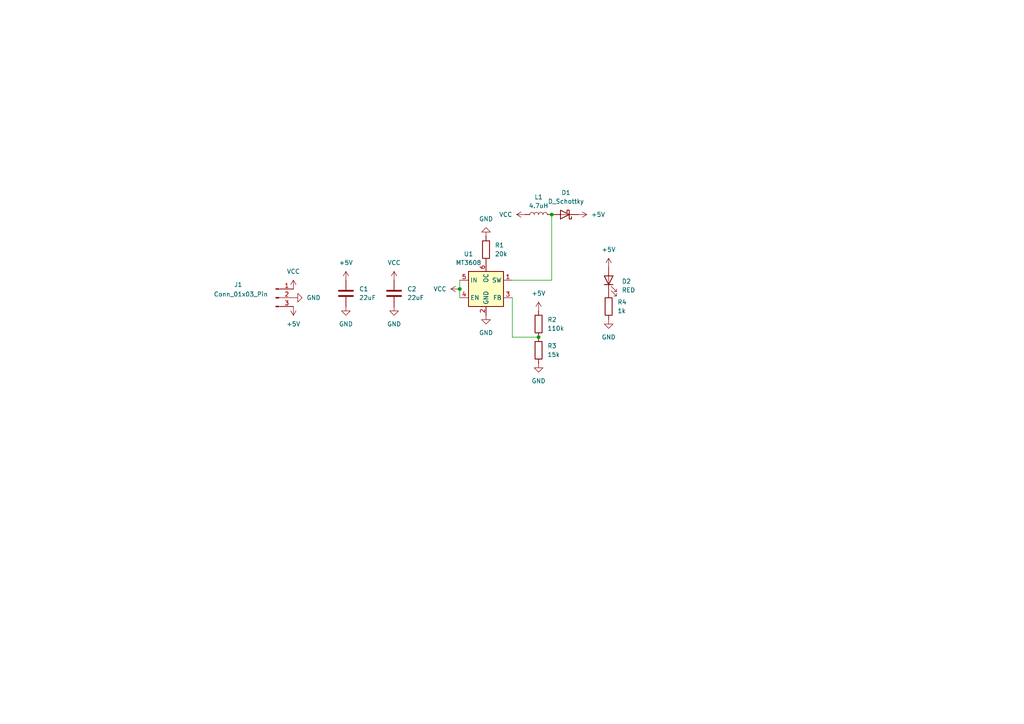
<source format=kicad_sch>
(kicad_sch (version 20250114) (generator "eeschema") (generator_version "9.0")
  (paper "A4")
  (lib_symbols
    (symbol "Connector:Conn_01x03_Pin" (pin_names (offset 1.016) (hide yes))
      (property "Reference" "J" (at 0 5.08 0))
      (property "Value" "Conn_01x03_Pin" (at 0 -5.08 0))
      (symbol "Conn_01x03_Pin_1_1"
        (rectangle (start 0.8636 2.667) (end 0 2.413) (stroke (width 0.1524)) (fill (type outline)))
        (rectangle (start 0.8636 0.127) (end 0 -0.127) (stroke (width 0.1524)) (fill (type outline)))
        (rectangle (start 0.8636 -2.413) (end 0 -2.667) (stroke (width 0.1524)) (fill (type outline)))
        (polyline (pts (xy 1.27 2.54) (xy 0.8636 2.54)) (stroke (width 0.1524)))
        (polyline (pts (xy 1.27 0) (xy 0.8636 0)) (stroke (width 0.1524)))
        (polyline (pts (xy 1.27 -2.54) (xy 0.8636 -2.54)) (stroke (width 0.1524)))
        (pin passive line (at 5.08 2.54 180) (length 3.81) (name "Pin_1") (number "1"))
        (pin passive line (at 5.08 0 180) (length 3.81) (name "Pin_2") (number "2"))
        (pin passive line (at 5.08 -2.54 180) (length 3.81) (name "Pin_3") (number "3"))
      )
    )
    (symbol "Device:C" (pin_numbers (hide yes)) (pin_names (offset 0.254))
      (property "Reference" "C" (at 0.635 2.54 0))
      (property "Value" "C" (at 0.635 -2.54 0))
      (symbol "C_0_1"
        (polyline (pts (xy -2.032 0.762) (xy 2.032 0.762)) (stroke (width 0.508)))
        (polyline (pts (xy -2.032 -0.762) (xy 2.032 -0.762)) (stroke (width 0.508)))
      )
      (symbol "C_1_1"
        (pin passive line (at 0 3.81 270) (length 2.794) (name "~") (number "1"))
        (pin passive line (at 0 -3.81 90) (length 2.794) (name "~") (number "2"))
      )
    )
    (symbol "Device:D_Schottky" (pin_numbers (hide yes)) (pin_names (offset 1.016) (hide yes))
      (property "Reference" "D" (at 0 2.54 0))
      (property "Value" "D_Schottky" (at 0 -2.54 0))
      (symbol "D_Schottky_0_1"
        (polyline (pts (xy -1.905 0.635) (xy -1.905 1.27) (xy -1.27 1.27) (xy -1.27 -1.27) (xy -0.635 -1.27) (xy -0.635 -0.635)) (stroke (width 0.254)))
        (polyline (pts (xy 1.27 1.27) (xy 1.27 -1.27) (xy -1.27 0) (xy 1.27 1.27)) (stroke (width 0.254)))
        (polyline (pts (xy 1.27 0) (xy -1.27 0)))
      )
      (symbol "D_Schottky_1_1"
        (pin passive line (at -3.81 0 0) (length 2.54) (name "K") (number "1"))
        (pin passive line (at 3.81 0 180) (length 2.54) (name "A") (number "2"))
      )
    )
    (symbol "Device:L" (pin_numbers (hide yes)) (pin_names (offset 1.016) (hide yes))
      (property "Reference" "L" (at -1.27 0 90))
      (property "Value" "L" (at 1.905 0 90))
      (symbol "L_0_1"
        (arc (start 0 2.54) (mid 0.6323 1.905) (end 0 1.27))
        (arc (start 0 1.27) (mid 0.6323 0.635) (end 0 0))
        (arc (start 0 0) (mid 0.6323 -0.635) (end 0 -1.27))
        (arc (start 0 -1.27) (mid 0.6323 -1.905) (end 0 -2.54))
      )
      (symbol "L_1_1"
        (pin passive line (at 0 3.81 270) (length 1.27) (name "1") (number "1"))
        (pin passive line (at 0 -3.81 90) (length 1.27) (name "2") (number "2"))
      )
    )
    (symbol "Device:LED" (pin_numbers (hide yes)) (pin_names (offset 1.016) (hide yes))
      (property "Reference" "D" (at 0 2.54 0))
      (property "Value" "LED" (at 0 -2.54 0))
      (symbol "LED_0_1"
        (polyline (pts (xy -3.048 -0.762) (xy -4.572 -2.286) (xy -3.81 -2.286) (xy -4.572 -2.286) (xy -4.572 -1.524)))
        (polyline (pts (xy -1.778 -0.762) (xy -3.302 -2.286) (xy -2.54 -2.286) (xy -3.302 -2.286) (xy -3.302 -1.524)))
        (polyline (pts (xy -1.27 0) (xy 1.27 0)))
        (polyline (pts (xy -1.27 -1.27) (xy -1.27 1.27)) (stroke (width 0.254)))
        (polyline (pts (xy 1.27 -1.27) (xy 1.27 1.27) (xy -1.27 0) (xy 1.27 -1.27)) (stroke (width 0.254)))
      )
      (symbol "LED_1_1"
        (pin passive line (at -3.81 0 0) (length 2.54) (name "K") (number "1"))
        (pin passive line (at 3.81 0 180) (length 2.54) (name "A") (number "2"))
      )
    )
    (symbol "Device:R" (pin_numbers (hide yes)) (pin_names (offset 0))
      (property "Reference" "R" (at 2.032 0 90))
      (property "Value" "R" (at 0 0 90))
      (symbol "R_0_1"
        (rectangle (start -1.016 -2.54) (end 1.016 2.54) (stroke (width 0.254)))
      )
      (symbol "R_1_1"
        (pin passive line (at 0 3.81 270) (length 1.27) (name "~") (number "1"))
        (pin passive line (at 0 -3.81 90) (length 1.27) (name "~") (number "2"))
      )
    )
    (symbol "Regulator_Switching:MT3608"
      (property "Reference" "U1" (at -5.08 10.16 0))
      (property "Value" "MT3608" (at -5.08 7.62 0))
      (symbol "MT3608_0_1"
        (rectangle (start -5.08 5.08) (end 5.08 -5.08) (stroke (width 0.254)) (fill (type background)))
      )
      (symbol "MT3608_1_1"
        (pin power_in line (at -7.62 2.54 0) (length 2.54) (name "IN") (number "5"))
        (pin input line (at -7.62 -2.54 0) (length 2.54) (name "EN") (number "4"))
        (pin input line (at 0 7.62 270) (length 2.54) (name "OC") (number "6"))
        (pin power_in line (at 0 -7.62 90) (length 2.54) (name "GND") (number "2"))
        (pin no_connect line (at 5.08 0 180) (length 2.54) (hide yes) (name "NC") (number "6"))
        (pin passive line (at 7.62 2.54 180) (length 2.54) (name "SW") (number "1"))
        (pin input line (at 7.62 -2.54 180) (length 2.54) (name "FB") (number "3"))
      )
    )
    (symbol "power:+5V" (power) (pin_numbers (hide yes)) (pin_names (offset 0) (hide yes))
      (property "Value" "+5V" (at 0 3.556 0))
      (symbol "+5V_0_1"
        (polyline (pts (xy -0.762 1.27) (xy 0 2.54)))
        (polyline (pts (xy 0 2.54) (xy 0.762 1.27)))
        (polyline (pts (xy 0 0) (xy 0 2.54)))
      )
      (symbol "+5V_1_1"
        (pin power_in line (at 0 0 90) (length 0) (name "~") (number "1"))
      )
    )
    (symbol "power:GND" (power) (pin_numbers (hide yes)) (pin_names (offset 0) (hide yes))
      (property "Value" "GND" (at 0 -3.81 0))
      (symbol "GND_0_1"
        (polyline (pts (xy 0 0) (xy 0 -1.27) (xy 1.27 -1.27) (xy 0 -2.54) (xy -1.27 -1.27) (xy 0 -1.27)))
      )
      (symbol "GND_1_1"
        (pin power_in line (at 0 0 270) (length 0) (name "~") (number "1"))
      )
    )
    (symbol "power:VCC" (power) (pin_numbers (hide yes)) (pin_names (offset 0) (hide yes))
      (property "Value" "VCC" (at 0 3.556 0))
      (symbol "VCC_0_1"
        (polyline (pts (xy -0.762 1.27) (xy 0 2.54)))
        (polyline (pts (xy 0 2.54) (xy 0.762 1.27)))
        (polyline (pts (xy 0 0) (xy 0 2.54)))
      )
      (symbol "VCC_1_1"
        (pin power_in line (at 0 0 90) (length 0) (name "~") (number "1"))
      )
    )
  )
  (junction (at 160.02 62.23))
  (junction (at 156.21 97.79))
  (junction (at 133.35 83.82))
  (wire (pts (xy 160.02 62.23) (xy 160.02 81.28)))
  (wire (pts (xy 133.35 83.82) (xy 133.35 86.36)))
  (wire (pts (xy 133.35 81.28) (xy 133.35 83.82)))
  (wire (pts (xy 148.59 97.79) (xy 156.21 97.79)))
  (wire (pts (xy 148.59 86.36) (xy 148.59 97.79)))
  (wire (pts (xy 160.02 81.28) (xy 148.59 81.28)))
  (symbol (lib_id "power:GND") (at 176.53 92.71 0) (unit 1)
    (property "Reference" "#PWR016" (effects (hide yes)))
    (property "Value" "GND" (at 176.53 97.79 0))
    (property "Description" "Power symbol creates a global label with name \"GND\" , ground" (effects (hide yes)))
  )
  (symbol (lib_id "Device:C") (at 114.3 85.09 0) (unit 1)
    (property "Reference" "C2" (at 118.11 83.8199 0) (effects (justify left)))
    (property "Value" "22uF" (at 118.11 86.3599 0) (effects (justify left)))
    (property "Footprint" "Capacitor_SMD:C_0805_2012Metric" (effects (hide yes)))
    (property "Datasheet" "https://search.murata.co.jp/Ceramy/image/img/A01X/G101/ENG/GRM21BZ70J226ME44-01A.pdf" (effects (hide yes)))
    (property "Description" "Unpolarized capacitor" (effects (hide yes)))
  )
  (symbol (lib_id "Device:R") (at 156.21 101.6 180) (unit 1)
    (property "Reference" "R3" (at 158.75 100.3299 0) (effects (justify right)))
    (property "Value" "15k" (at 158.75 102.8699 0) (effects (justify right)))
    (property "Footprint" "Resistor_SMD:R_0402_1005Metric" (effects (hide yes)))
    (property "Datasheet" "https://www.digikey.com/en/products/detail/panasonic-electronic-components/ERJ-2RKF1502X/192143" (effects (hide yes)))
    (property "Description" "Resistor" (effects (hide yes)))
  )
  (symbol (lib_id "Device:R") (at 156.21 93.98 180) (unit 1)
    (property "Reference" "R2" (at 158.75 92.7099 0) (effects (justify right)))
    (property "Value" "110k" (at 158.75 95.2499 0) (effects (justify right)))
    (property "Footprint" "Resistor_SMD:R_0603_1608Metric" (effects (hide yes)))
    (property "Datasheet" "https://www.digikey.com/en/products/detail/panasonic-electronic-components/ERJ-1GNF1103C/2036344" (effects (hide yes)))
    (property "Description" "Resistor" (effects (hide yes)))
  )
  (symbol (lib_id "power:GND") (at 140.97 91.44 0) (unit 1)
    (property "Reference" "#PWR011" (effects (hide yes)))
    (property "Value" "GND" (at 140.97 96.52 0))
    (property "Description" "Power symbol creates a global label with name \"GND\" , ground" (effects (hide yes)))
  )
  (symbol (lib_id "power:VCC") (at 152.4 62.23 90) (unit 1)
    (property "Reference" "#PWR013" (effects (hide yes)))
    (property "Value" "VCC" (at 148.59 62.2299 90) (effects (justify left)))
    (property "Description" "Power symbol creates a global label with name \"VCC\"" (effects (hide yes)))
  )
  (symbol (lib_id "power:VCC") (at 133.35 83.82 90) (unit 1)
    (property "Reference" "#PWR012" (effects (hide yes)))
    (property "Value" "VCC" (at 129.54 83.8199 90) (effects (justify left)))
    (property "Description" "Power symbol creates a global label with name \"VCC\"" (effects (hide yes)))
  )
  (symbol (lib_id "power:+5V") (at 85.09 88.9 180) (unit 1)
    (property "Reference" "#PWR07" (effects (hide yes)))
    (property "Value" "+5V" (at 85.09 93.98 0))
    (property "Description" "Power symbol creates a global label with name \"+5V\"" (effects (hide yes)))
  )
  (symbol (lib_id "power:+5V") (at 100.33 81.28 0) (unit 1)
    (property "Reference" "#PWR01" (effects (hide yes)))
    (property "Value" "+5V" (at 100.33 76.2 0))
    (property "Description" "Power symbol creates a global label with name \"+5V\"" (effects (hide yes)))
  )
  (symbol (lib_id "Device:R") (at 140.97 72.39 180) (unit 1)
    (property "Reference" "R1" (at 143.51 71.1199 0) (effects (justify right)))
    (property "Value" "20k" (at 143.51 73.6599 0) (effects (justify right)))
    (property "Footprint" "Resistor_SMD:R_0603_1608Metric" (effects (hide yes)))
    (property "Datasheet" "https://www.digikey.com/en/products/detail/yageo/RC0603FR-0720KL/727040" (effects (hide yes)))
    (property "Description" "Resistor" (effects (hide yes)))
  )
  (symbol (lib_id "power:GND") (at 85.09 86.36 90) (unit 1)
    (property "Reference" "#PWR06" (effects (hide yes)))
    (property "Value" "GND" (at 88.9 86.3599 90) (effects (justify right)))
    (property "Description" "Power symbol creates a global label with name \"GND\" , ground" (effects (hide yes)))
  )
  (symbol (lib_id "power:+5V") (at 176.53 77.47 0) (unit 1)
    (property "Reference" "#PWR015" (effects (hide yes)))
    (property "Value" "+5V" (at 176.53 72.39 0))
    (property "Description" "Power symbol creates a global label with name \"+5V\"" (effects (hide yes)))
  )
  (symbol (lib_id "Device:R") (at 176.53 88.9 180) (unit 1)
    (property "Reference" "R4" (at 179.07 87.6299 0) (effects (justify right)))
    (property "Value" "1k" (at 179.07 90.1699 0) (effects (justify right)))
    (property "Footprint" "Resistor_SMD:R_0603_1608Metric" (effects (hide yes)))
    (property "Datasheet" "https://www.digikey.com/en/products/detail/panasonic-electronic-components/ERJ-2RKF1502X/192143" (effects (hide yes)))
    (property "Description" "Resistor" (effects (hide yes)))
  )
  (symbol (lib_id "power:VCC") (at 85.09 83.82 0) (unit 1)
    (property "Reference" "#PWR05" (effects (hide yes)))
    (property "Value" "VCC" (at 85.09 78.74 0))
    (property "Description" "Power symbol creates a global label with name \"VCC\"" (effects (hide yes)))
  )
  (symbol (lib_id "Device:LED") (at 176.53 81.28 90) (unit 1)
    (property "Reference" "D2" (at 180.34 81.5974 90) (effects (justify right)))
    (property "Value" "RED" (at 180.34 84.1374 90) (effects (justify right)))
    (property "Footprint" "LED_SMD:LED_0201_0603Metric" (effects (hide yes)))
    (property "Datasheet" "https://www.digikey.com/en/products/detail/w%C3%BCrth-elektronik/150060RS75000/4489901" (effects (hide yes)))
    (property "Description" "Light emitting diode" (effects (hide yes)))
    (property "Sim.Pins" "1=K 2=A" (effects (hide yes)))
  )
  (symbol (lib_id "power:GND") (at 140.97 68.58 180) (unit 1)
    (property "Reference" "#PWR09" (effects (hide yes)))
    (property "Value" "GND" (at 140.97 63.5 0))
    (property "Description" "Power symbol creates a global label with name \"GND\" , ground" (effects (hide yes)))
  )
  (symbol (lib_id "power:VCC") (at 114.3 81.28 0) (unit 1)
    (property "Reference" "#PWR03" (effects (hide yes)))
    (property "Value" "VCC" (at 114.3 76.2 0))
    (property "Description" "Power symbol creates a global label with name \"VCC\"" (effects (hide yes)))
  )
  (symbol (lib_id "Connector:Conn_01x03_Pin") (at 80.01 86.36 0) (unit 1)
    (property "Reference" "J1" (at 69.088 82.55 0))
    (property "Value" "Conn_01x03_Pin" (at 69.85 85.344 0))
    (property "Footprint" "Connector_PinSocket_1.00mm:PinSocket_1x03_P1.00mm_Vertical" (effects (hide yes)))
    (property "Description" "Generic connector, single row, 01x03, script generated" (effects (hide yes)))
  )
  (symbol (lib_id "Device:L") (at 156.21 62.23 90) (unit 1)
    (property "Reference" "L1" (at 156.21 57.15 90))
    (property "Value" "4.7uH" (at 156.21 59.69 90))
    (property "Footprint" "Inductor_SMD:L_0805_2012Metric" (effects (hide yes)))
    (property "Datasheet" "http://digikey.com/en/products/detail/taiyo-yuden/MBKK2012T4R7M/5035139" (effects (hide yes)))
    (property "Description" "Inductor" (effects (hide yes)))
  )
  (symbol (lib_id "power:GND") (at 100.33 88.9 0) (unit 1)
    (property "Reference" "#PWR02" (effects (hide yes)))
    (property "Value" "GND" (at 100.33 93.98 0))
    (property "Description" "Power symbol creates a global label with name \"GND\" , ground" (effects (hide yes)))
  )
  (symbol (lib_id "power:GND") (at 114.3 88.9 0) (unit 1)
    (property "Reference" "#PWR04" (effects (hide yes)))
    (property "Value" "GND" (at 114.3 93.98 0))
    (property "Description" "Power symbol creates a global label with name \"GND\" , ground" (effects (hide yes)))
  )
  (symbol (lib_id "power:GND") (at 156.21 105.41 0) (unit 1)
    (property "Reference" "#PWR010" (effects (hide yes)))
    (property "Value" "GND" (at 156.21 110.49 0))
    (property "Description" "Power symbol creates a global label with name \"GND\" , ground" (effects (hide yes)))
  )
  (symbol (lib_id "power:+5V") (at 167.64 62.23 270) (unit 1)
    (property "Reference" "#PWR014" (effects (hide yes)))
    (property "Value" "+5V" (at 171.45 62.2299 90) (effects (justify left)))
    (property "Description" "Power symbol creates a global label with name \"+5V\"" (effects (hide yes)))
  )
  (symbol (lib_id "power:+5V") (at 156.21 90.17 0) (unit 1)
    (property "Reference" "#PWR08" (effects (hide yes)))
    (property "Value" "+5V" (at 156.21 85.09 0))
    (property "Description" "Power symbol creates a global label with name \"+5V\"" (effects (hide yes)))
  )
  (symbol (lib_id "Device:C") (at 100.33 85.09 0) (unit 1)
    (property "Reference" "C1" (at 104.14 83.8199 0) (effects (justify left)))
    (property "Value" "22uF" (at 104.14 86.3599 0) (effects (justify left)))
    (property "Footprint" "Capacitor_SMD:C_0805_2012Metric" (effects (hide yes)))
    (property "Datasheet" "https://search.murata.co.jp/Ceramy/image/img/A01X/G101/ENG/GRM21BZ70J226ME44-01A.pdf" (effects (hide yes)))
    (property "Description" "Unpolarized capacitor" (effects (hide yes)))
  )
  (symbol (lib_id "Device:D_Schottky") (at 163.83 62.23 180) (unit 1)
    (property "Reference" "D1" (at 164.1475 55.88 0))
    (property "Value" "D_Schottky" (at 164.1475 58.42 0))
    (property "Footprint" "Diode_SMD:D_SOD-123" (effects (hide yes)))
    (property "Datasheet" "https://www.lcsc.com/datasheet/lcsc_datasheet_2411211953_MDD-Microdiode-Semiconductor-B5819W_C64885.pdf" (effects (hide yes)))
    (property "Description" "Schottky diode" (effects (hide yes)))
  )
  (symbol (lib_id "Regulator_Switching:MT3608") (at 140.97 83.82 0) (unit 1)
    (property "Reference" "U1" (at 135.89 73.66 0))
    (property "Value" "MT3608" (at 135.89 76.2 0))
    (property "Footprint" "Package_TO_SOT_SMD:SOT-23-6" (effects (hide yes)))
    (property "Datasheet" "https://www.olimex.com/Products/Breadboarding/BB-PWR-3608/resources/MT3608.pdf" (effects (hide yes)))
    (property "Description" "High Efficiency 1.2MHz 2A Step Up Converter, 2-24V Vin, 28V Vout, 4A current limit, 1.2MHz, SOT23-6" (effects (hide yes)))
    (property "Sim.Library" ".\\" (effects (hide yes)))
  )
)
</source>
